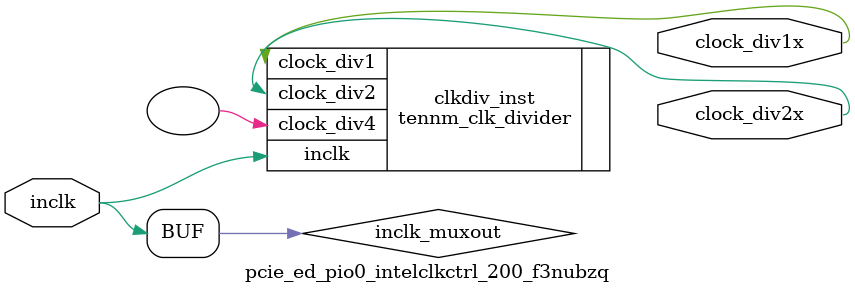
<source format=v>


`timescale 1 ps / 1 ps
// synopsys translate_on

module  pcie_ed_pio0_intelclkctrl_200_f3nubzq  (
    inclk,
    clock_div1x,
    clock_div2x
);

input inclk;
output clock_div1x;
output clock_div2x;

wire inclk_muxout;

assign inclk_muxout = inclk;   
tennm_clk_divider clkdiv_inst (
    .inclk(inclk_muxout), 
    .clock_div1(clock_div1x),
    .clock_div2(clock_div2x),
    .clock_div4()
);   

endmodule



</source>
